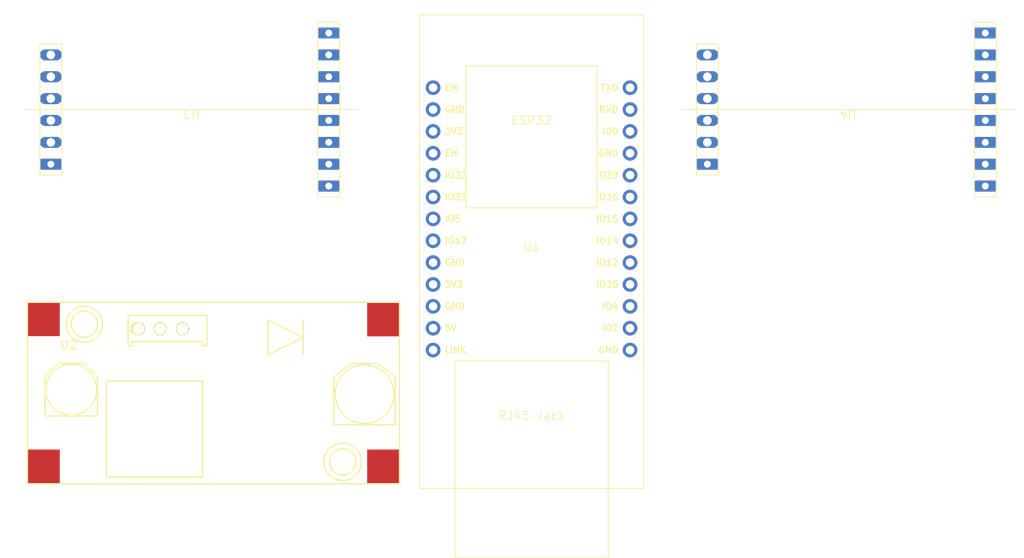
<source format=kicad_pcb>
(kicad_pcb (version 20241229) (generator "pcbnew") (generator_version "9.0")
  (layers (0 "F.Cu" signal) (2 "B.Cu" signal) (13 "F.Paste" user) (15 "B.Paste" user) (5 "F.SilkS" user "F.Silkscreen") (7 "B.SilkS" user "B.Silkscreen") (1 "F.Mask" user) (3 "B.Mask" user) (25 "Edge.Cuts" user))
  (net 0 "")
  (net 1 "Net-(U4-Vcc)")
  (net 5 "Net-(U1-IO39{slash}ADC1_CH3{slash}INPUT_ONLY)")
  (net 6 "Net-(U1-IO33{slash}ADC1_CH5{slash}TCH8)")
  (net 13 "Net-(U1-IO17{slash}UART2_TX)")
  (net 14 "Net-(U1-IO36{slash}ADC1_CH0{slash}INPUT_ONLY)")
  (net 15 "Net-(U1-IO32{slash}ADC1_CH4{slash}TCH9)")
  (net 16 "Net-(U1-IO15{slash}ADC2_CH3{slash}TCH3)")
  (net 17 "Net-(U1-IO5{slash}BOOT_FLOAT)")
  (net 18 "Net-(U1-IO14{slash}ADC2_CH6{slash}TCH6)")
  (net 20 "OUT4")
  (net 21 "OUT1")
  (net 22 "OUT2")
  (net 23 "OUT3")
  (net 25 "IN2-24V")
  (net 26 "Net-(U1-5V)")
  (net 27 "GND")
  (net 28 "+24V")
  (net 29 "IN1-24V")
  (net 30 "IN3-24V")
  (net 31 "IN4-24V")
  (footprint "esp32-24v-io:XL6009_module_SMT" (layer "F.Cu") (at 138.3425 122.2135)
    (property "Reference" "U2" (at -38.375 -16.125 0) (layer "F.SilkS"))
    (property "Value" "XL-6009-ADJ")
    (fp_line (start -43.18 -21.082) (end 0 -21.082) (stroke (width 0.15)) (layer "F.SilkS"))
    (fp_line (start -43.18 0) (end -43.18 -21.082) (stroke (width 0.15)) (layer "F.SilkS"))
    (fp_line (start -41.148 -12.446) (end -41.148 -7.874) (stroke (width 0.15)) (layer "F.SilkS"))
    (fp_line (start -41.148 -7.874) (end -35.052 -7.874) (stroke (width 0.15)) (layer "F.SilkS"))
    (fp_line (start -39.624 -13.97) (end -41.148 -12.446) (stroke (width 0.15)) (layer "F.SilkS"))
    (fp_line (start -36.576 -13.97) (end -39.624 -13.97) (stroke (width 0.15)) (layer "F.SilkS"))
    (fp_line (start -35.052 -12.446) (end -36.576 -13.97) (stroke (width 0.15)) (layer "F.SilkS"))
    (fp_line (start -35.052 -7.874) (end -35.052 -12.446) (stroke (width 0.15)) (layer "F.SilkS"))
    (fp_line (start -34.036 -11.938) (end -22.86 -11.938) (stroke (width 0.15)) (layer "F.SilkS"))
    (fp_line (start -34.036 -0.762) (end -34.036 -11.938) (stroke (width 0.15)) (layer "F.SilkS"))
    (fp_line (start -33.02 -0.762) (end -34.036 -0.762) (stroke (width 0.15)) (layer "F.SilkS"))
    (fp_line (start -31.496 -19.558) (end -31.496 -16.002) (stroke (width 0.15)) (layer "F.SilkS"))
    (fp_line (start -31.496 -16.002) (end -30.988 -16.002) (stroke (width 0.15)) (layer "F.SilkS"))
    (fp_line (start -30.988 -17.526) (end -29.972 -18.542) (stroke (width 0.15)) (layer "F.SilkS"))
    (fp_line (start -30.988 -16.51) (end -22.86 -16.51) (stroke (width 0.15)) (layer "F.SilkS"))
    (fp_line (start -30.988 -16.002) (end -30.988 -16.51) (stroke (width 0.15)) (layer "F.SilkS"))
    (fp_line (start -30.988 -0.762) (end -33.02 -0.762) (stroke (width 0.15)) (layer "F.SilkS"))
    (fp_line (start -22.86 -16.51) (end -22.86 -16.002) (stroke (width 0.15)) (layer "F.SilkS"))
    (fp_line (start -22.86 -16.002) (end -22.352 -16.002) (stroke (width 0.15)) (layer "F.SilkS"))
    (fp_line (start -22.86 -11.938) (end -22.86 -10.414) (stroke (width 0.15)) (layer "F.SilkS"))
    (fp_line (start -22.86 -10.922) (end -22.86 -0.762) (stroke (width 0.15)) (layer "F.SilkS"))
    (fp_line (start -22.86 -0.762) (end -30.988 -0.762) (stroke (width 0.15)) (layer "F.SilkS"))
    (fp_line (start -22.352 -19.558) (end -31.496 -19.558) (stroke (width 0.15)) (layer "F.SilkS"))
    (fp_line (start -22.352 -16.002) (end -22.352 -19.558) (stroke (width 0.15)) (layer "F.SilkS"))
    (fp_line (start -15.24 -19.05) (end -15.24 -14.986) (stroke (width 0.15)) (layer "F.SilkS"))
    (fp_line (start -15.24 -14.986) (end -11.176 -17.018) (stroke (width 0.15)) (layer "F.SilkS"))
    (fp_line (start -11.176 -19.05) (end -11.176 -14.986) (stroke (width 0.15)) (layer "F.SilkS"))
    (fp_line (start -11.176 -17.018) (end -15.24 -19.05) (stroke (width 0.15)) (layer "F.SilkS"))
    (fp_line (start -7.62 -12.446) (end -5.588 -13.97) (stroke (width 0.15)) (layer "F.SilkS"))
    (fp_line (start -7.62 -6.858) (end -7.62 -12.446) (stroke (width 0.15)) (layer "F.SilkS"))
    (fp_line (start -5.588 -13.97) (end -2.54 -13.97) (stroke (width 0.15)) (layer "F.SilkS"))
    (fp_line (start -2.54 -13.97) (end -0.508 -12.446) (stroke (width 0.15)) (layer "F.SilkS"))
    (fp_line (start -0.508 -12.446) (end -0.508 -6.858) (stroke (width 0.15)) (layer "F.SilkS"))
    (fp_line (start -0.508 -6.858) (end -7.62 -6.858) (stroke (width 0.15)) (layer "F.SilkS"))
    (fp_line (start 0 0) (end -43.18 0) (stroke (width 0.15)) (layer "F.SilkS"))
    (fp_line (start 0 0) (end 0 -21.082) (stroke (width 0.15)) (layer "F.SilkS"))
    (fp_circle (center -38.1 -10.922) (end -35.56 -12.446) (stroke (width 0.15)) (fill no) (layer "F.SilkS"))
    (fp_circle (center -36.576 -18.542) (end -37.084 -20.574) (stroke (width 0.15)) (fill no) (layer "F.SilkS"))
    (fp_circle (center -36.576 -18.542) (end -36.576 -20.066) (stroke (width 0.15)) (fill no) (layer "F.SilkS"))
    (fp_circle (center -30.48 -18.034) (end -29.972 -18.542) (stroke (width 0.15)) (fill no) (layer "F.SilkS"))
    (fp_circle (center -6.604 -2.54) (end -6.604 -1.016) (stroke (width 0.15)) (fill no) (layer "F.SilkS"))
    (fp_circle (center -6.604 -2.54) (end -5.842 -0.508) (stroke (width 0.15)) (fill no) (layer "F.SilkS"))
    (fp_circle (center -4.064 -10.414) (end -1.016 -11.938) (stroke (width 0.15)) (fill no) (layer "F.SilkS"))
    (pad "" thru_hole circle (at -30.3 -18) (size 1.5 1.5) (drill 1.25) (layers "*.Cu" "*.Mask" "F.SilkS"))
    (pad "" thru_hole circle (at -27.8 -18) (size 1.5 1.5) (drill 1.25) (layers "*.Cu" "*.Mask" "F.SilkS"))
    (pad "" thru_hole circle (at -25.2 -18) (size 1.5 1.5) (drill 1.25) (layers "*.Cu" "*.Mask" "F.SilkS"))
    (pad "1" smd rect (at -41.3258 -19.1516) (size 3.8 4) (layers "F.Cu" "F.Mask" "F.Paste") (net 28 "+24V"))
    (pad "2" smd rect (at -41.3258 -1.9812) (size 3.8 4) (layers "F.Cu" "F.Mask" "F.Paste") (net 27 "GND"))
    (pad "3" smd rect (at -1.8542 -1.9812) (size 3.8 4) (layers "F.Cu" "F.Mask" "F.Paste") (net 26 "Net-(U1-5V)"))
    (pad "4" smd rect (at -1.8542 -19.1262) (size 3.8 4) (layers "F.Cu" "F.Mask" "F.Paste") (net 27 "GND"))
  )
  (footprint "WT32-ETH01:OP71A04" (layer "F.Cu") (at 133.6875 78.74 180)
    (property "Reference" "U3" (at 19.5 -0.5 180) (layer "F.SilkS") (effects (font (thickness 0.1))))
    (property "Value" "~")
    (fp_line (start 0 0) (end 38.862 0) (stroke (width 0.1)) (layer "F.SilkS"))
    (fp_rect (start 34.544 -7.62) (end 37.084 7.62) (stroke (width 0.1)) (fill no) (layer "F.SilkS"))
    (fp_rect (start 2.286 -10.16) (end 4.826 10.16) (stroke (width 0.1)) (fill no) (layer "F.SilkS"))
    (pad "1" thru_hole roundrect (at 3.556 -8.89 180) (size 2.54 1.27) (drill 0.8) (layers "*.Cu" "*.Mask") (roundrect_rratio 0.15) (net 15 "Net-(U1-IO32{slash}ADC1_CH4{slash}TCH9)"))
    (pad "2" thru_hole roundrect (at 3.556 -6.35 180) (size 2.54 1.27) (drill 0.8) (layers "*.Cu" "*.Mask") (roundrect_rratio 0.15) (net 27 "GND"))
    (pad "3" thru_hole roundrect (at 3.556 -3.81 180) (size 2.54 1.27) (drill 0.8) (layers "*.Cu" "*.Mask") (roundrect_rratio 0.15) (net 6 "Net-(U1-IO33{slash}ADC1_CH5{slash}TCH8)"))
    (pad "4" thru_hole roundrect (at 3.556 -1.27 180) (size 2.54 1.27) (drill 0.8) (layers "*.Cu" "*.Mask") (roundrect_rratio 0.15) (net 27 "GND"))
    (pad "5" thru_hole roundrect (at 3.556 1.27 180) (size 2.54 1.27) (drill 0.8) (layers "*.Cu" "*.Mask") (roundrect_rratio 0.15) (net 17 "Net-(U1-IO5{slash}BOOT_FLOAT)"))
    (pad "6" thru_hole roundrect (at 3.556 3.81 180) (size 2.54 1.27) (drill 0.8) (layers "*.Cu" "*.Mask") (roundrect_rratio 0.15) (net 27 "GND"))
    (pad "7" thru_hole roundrect (at 3.556 6.35 180) (size 2.54 1.27) (drill 0.8) (layers "*.Cu" "*.Mask") (roundrect_rratio 0.15) (net 13 "Net-(U1-IO17{slash}UART2_TX)"))
    (pad "8" thru_hole roundrect (at 3.556 8.89 180) (size 2.54 1.27) (drill 0.8) (layers "*.Cu" "*.Mask") (roundrect_rratio 0.15) (net 27 "GND"))
    (pad "9" thru_hole roundrect (at 35.814 -6.35 180) (size 2.54 1.27) (drill 0.8) (layers "*.Cu" "*.Mask") (roundrect_rratio 0.15) (net 28 "+24V"))
    (pad "10" thru_hole oval (at 35.814 -3.81 180) (size 2.54 1.27) (drill 1) (layers "*.Cu" "*.Mask") (net 27 "GND"))
    (pad "11" thru_hole oval (at 35.814 -1.27 180) (size 2.54 1.27) (drill 1) (layers "*.Cu" "*.Mask") (net 21 "OUT1"))
    (pad "12" thru_hole oval (at 35.814 1.27 180) (size 2.54 1.27) (drill 1) (layers "*.Cu" "*.Mask") (net 22 "OUT2"))
    (pad "13" thru_hole oval (at 35.814 3.81 180) (size 2.54 1.27) (drill 1) (layers "*.Cu" "*.Mask") (net 23 "OUT3"))
    (pad "14" thru_hole oval (at 35.814 6.35 180) (size 2.54 1.27) (drill 1) (layers "*.Cu" "*.Mask") (net 20 "OUT4"))
  )
  (footprint "WT32-ETH01:OP71A04" (layer "F.Cu") (at 209.8875 78.74 180)
    (property "Reference" "U4" (at 19.5 -0.5 180) (layer "F.SilkS") (effects (font (thickness 0.1))))
    (property "Value" "~")
    (fp_line (start 0 0) (end 38.862 0) (stroke (width 0.1)) (layer "F.SilkS"))
    (fp_rect (start 34.544 -7.62) (end 37.084 7.62) (stroke (width 0.1)) (fill no) (layer "F.SilkS"))
    (fp_rect (start 2.286 -10.16) (end 4.826 10.16) (stroke (width 0.1)) (fill no) (layer "F.SilkS"))
    (pad "1" thru_hole roundrect (at 3.556 -8.89 180) (size 2.54 1.27) (drill 0.8) (layers "*.Cu" "*.Mask") (roundrect_rratio 0.15) (net 29 "IN1-24V"))
    (pad "2" thru_hole roundrect (at 3.556 -6.35 180) (size 2.54 1.27) (drill 0.8) (layers "*.Cu" "*.Mask") (roundrect_rratio 0.15) (net 27 "GND"))
    (pad "3" thru_hole roundrect (at 3.556 -3.81 180) (size 2.54 1.27) (drill 0.8) (layers "*.Cu" "*.Mask") (roundrect_rratio 0.15) (net 25 "IN2-24V"))
    (pad "4" thru_hole roundrect (at 3.556 -1.27 180) (size 2.54 1.27) (drill 0.8) (layers "*.Cu" "*.Mask") (roundrect_rratio 0.15) (net 27 "GND"))
    (pad "5" thru_hole roundrect (at 3.556 1.27 180) (size 2.54 1.27) (drill 0.8) (layers "*.Cu" "*.Mask") (roundrect_rratio 0.15) (net 30 "IN3-24V"))
    (pad "6" thru_hole roundrect (at 3.556 3.81 180) (size 2.54 1.27) (drill 0.8) (layers "*.Cu" "*.Mask") (roundrect_rratio 0.15) (net 27 "GND"))
    (pad "7" thru_hole roundrect (at 3.556 6.35 180) (size 2.54 1.27) (drill 0.8) (layers "*.Cu" "*.Mask") (roundrect_rratio 0.15) (net 31 "IN4-24V"))
    (pad "8" thru_hole roundrect (at 3.556 8.89 180) (size 2.54 1.27) (drill 0.8) (layers "*.Cu" "*.Mask") (roundrect_rratio 0.15) (net 27 "GND"))
    (pad "9" thru_hole roundrect (at 35.814 -6.35 180) (size 2.54 1.27) (drill 0.8) (layers "*.Cu" "*.Mask") (roundrect_rratio 0.15) (net 1 "Net-(U4-Vcc)"))
    (pad "10" thru_hole oval (at 35.814 -3.81 180) (size 2.54 1.27) (drill 1) (layers "*.Cu" "*.Mask") (net 27 "GND"))
    (pad "11" thru_hole oval (at 35.814 -1.27 180) (size 2.54 1.27) (drill 1) (layers "*.Cu" "*.Mask") (net 5 "Net-(U1-IO39{slash}ADC1_CH3{slash}INPUT_ONLY)"))
    (pad "12" thru_hole oval (at 35.814 1.27 180) (size 2.54 1.27) (drill 1) (layers "*.Cu" "*.Mask") (net 14 "Net-(U1-IO36{slash}ADC1_CH0{slash}INPUT_ONLY)"))
    (pad "13" thru_hole oval (at 35.814 3.81 180) (size 2.54 1.27) (drill 1) (layers "*.Cu" "*.Mask") (net 16 "Net-(U1-IO15{slash}ADC2_CH3{slash}TCH3)"))
    (pad "14" thru_hole oval (at 35.814 6.35 180) (size 2.54 1.27) (drill 1) (layers "*.Cu" "*.Mask") (net 18 "Net-(U1-IO14{slash}ADC2_CH6{slash}TCH6)"))
  )
  (footprint "WT32-ETH01:WT32-ETH01" (layer "F.Cu") (at 153.67 95.25)
    (property "Reference" "U1" (at 0 -0.5 0) (layer "F.SilkS") (effects (font (thickness 0.1))))
    (property "Value" "WT32-ETH01")
    (fp_rect (start -13 -27.5) (end 13 27.5) (stroke (width 0.1)) (fill no) (layer "F.SilkS"))
    (fp_rect (start -8.89 12.7) (end 8.89 35.56) (stroke (width 0.1)) (fill no) (layer "F.SilkS"))
    (fp_rect (start -7.62 -21.59) (end 7.62 -5.08) (stroke (width 0.1)) (fill no) (layer "F.SilkS"))
    (fp_text user "GND" (at -10.16 -16.51 0) (layer "F.SilkS") (effects (font (size 0.75 0.75) (thickness 0.15) (bold yes)) (justify left)))
    (fp_text user "RJ45 Jack" (at 0 19.05 0) (layer "F.SilkS") (effects (font (thickness 0.1))))
    (fp_text user "IO35" (at 10.16 3.81 0) (layer "F.SilkS") (effects (font (size 0.75 0.75) (thickness 0.15) (bold yes)) (justify right)))
    (fp_text user "IO4" (at 10.16 6.35 0) (layer "F.SilkS") (effects (font (size 0.75 0.75) (thickness 0.15) (bold yes)) (justify right)))
    (fp_text user "IO32" (at -10.16 -8.89 0) (layer "F.SilkS") (effects (font (size 0.75 0.75) (thickness 0.15) (bold yes)) (justify left)))
    (fp_text user "IO17" (at -10.16 -1.27 0) (layer "F.SilkS") (effects (font (size 0.75 0.75) (thickness 0.15) (bold yes)) (justify left)))
    (fp_text user "GND" (at -10.16 6.35 0) (layer "F.SilkS") (effects (font (size 0.75 0.75) (thickness 0.15) (bold yes)) (justify left)))
    (fp_text user "GND" (at 10.16 11.43 0) (layer "F.SilkS") (effects (font (size 0.75 0.75) (thickness 0.15) (bold yes)) (justify right)))
    (fp_text user "IO5" (at -10.16 -3.81 0) (layer "F.SilkS") (effects (font (size 0.75 0.75) (thickness 0.15) (bold yes)) (justify left)))
    (fp_text user "RXD" (at 10.16 -16.51 0) (layer "F.SilkS") (effects (font (size 0.75 0.75) (thickness 0.15) (bold yes)) (justify right)))
    (fp_text user "5V" (at -10.16 8.89 0) (layer "F.SilkS") (effects (font (size 0.75 0.75) (thickness 0.15) (bold yes)) (justify left)))
    (fp_text user "3V3" (at -10.16 3.81 0) (layer "F.SilkS") (effects (font (size 0.75 0.75) (thickness 0.15) (bold yes)) (justify left)))
    (fp_text user "3V3" (at -10.16 -13.97 0) (layer "F.SilkS") (effects (font (size 0.75 0.75) (thickness 0.15) (bold yes)) (justify left)))
    (fp_text user "EN" (at -10.16 -11.43 0) (layer "F.SilkS") (effects (font (size 0.75 0.75) (thickness 0.15) (bold yes)) (justify left)))
    (fp_text user "ESP32" (at 0 -15.24 0) (layer "F.SilkS") (effects (font (thickness 0.1))))
    (fp_text user "IO2" (at 10.16 8.89 0) (layer "F.SilkS") (effects (font (size 0.75 0.75) (thickness 0.15) (bold yes)) (justify right)))
    (fp_text user "IO39" (at 10.16 -8.89 0) (layer "F.SilkS") (effects (font (size 0.75 0.75) (thickness 0.15) (bold yes)) (justify right)))
    (fp_text user "GND" (at 10.16 -11.43 0) (layer "F.SilkS") (effects (font (size 0.75 0.75) (thickness 0.15) (bold yes)) (justify right)))
    (fp_text user "IO33" (at -10.16 -6.35 0) (layer "F.SilkS") (effects (font (size 0.75 0.75) (thickness 0.15) (bold yes)) (justify left)))
    (fp_text user "IO12" (at 10.16 1.27 0) (layer "F.SilkS") (effects (font (size 0.75 0.75) (thickness 0.15) (bold yes)) (justify right)))
    (fp_text user "TXD" (at 10.16 -19.05 0) (layer "F.SilkS") (effects (font (size 0.75 0.75) (thickness 0.15) (bold yes)) (justify right)))
    (fp_text user "LINK" (at -10.16 11.43 0) (layer "F.SilkS") (effects (font (size 0.75 0.75) (thickness 0.15) (bold yes)) (justify left)))
    (fp_text user "EN" (at -10.16 -19.05 0) (layer "F.SilkS") (effects (font (size 0.75 0.75) (thickness 0.15) (bold yes)) (justify left)))
    (fp_text user "IO36" (at 10.16 -6.35 0) (layer "F.SilkS") (effects (font (size 0.75 0.75) (thickness 0.15) (bold yes)) (justify right)))
    (fp_text user "IO14" (at 10.16 -1.27 0) (layer "F.SilkS") (effects (font (size 0.75 0.75) (thickness 0.15) (bold yes)) (justify right)))
    (fp_text user "IO0" (at 10.16 -13.97 0) (layer "F.SilkS") (effects (font (size 0.75 0.75) (thickness 0.15) (bold yes)) (justify right)))
    (fp_text user "IO15" (at 10.16 -3.81 0) (layer "F.SilkS") (effects (font (size 0.75 0.75) (thickness 0.15) (bold yes)) (justify right)))
    (fp_text user "GND" (at -10.16 1.27 0) (layer "F.SilkS") (effects (font (size 0.75 0.75) (thickness 0.15) (bold yes)) (justify left)))
    (pad "1" thru_hole circle (at -11.43 -19.05) (size 1.7 1.7) (drill 1) (layers "*.Cu" "*.Mask"))
    (pad "2" thru_hole circle (at -11.43 -16.51) (size 1.7 1.7) (drill 1) (layers "*.Cu" "*.Mask") (net 27 "GND"))
    (pad "3" thru_hole circle (at -11.43 -13.97) (size 1.7 1.7) (drill 1) (layers "*.Cu" "*.Mask") (net 1 "Net-(U4-Vcc)"))
    (pad "4" thru_hole circle (at -11.43 -11.43) (size 1.7 1.7) (drill 1) (layers "*.Cu" "*.Mask"))
    (pad "5" thru_hole circle (at -11.43 -8.89) (size 1.7 1.7) (drill 1) (layers "*.Cu" "*.Mask") (net 15 "Net-(U1-IO32{slash}ADC1_CH4{slash}TCH9)"))
    (pad "6" thru_hole circle (at -11.43 -6.35) (size 1.7 1.7) (drill 1) (layers "*.Cu" "*.Mask") (net 6 "Net-(U1-IO33{slash}ADC1_CH5{slash}TCH8)"))
    (pad "7" thru_hole circle (at -11.43 -3.81) (size 1.7 1.7) (drill 1) (layers "*.Cu" "*.Mask") (net 17 "Net-(U1-IO5{slash}BOOT_FLOAT)"))
    (pad "8" thru_hole circle (at -11.43 -1.27) (size 1.7 1.7) (drill 1) (layers "*.Cu" "*.Mask") (net 13 "Net-(U1-IO17{slash}UART2_TX)"))
    (pad "9" thru_hole circle (at -11.43 1.27) (size 1.7 1.7) (drill 1) (layers "*.Cu" "*.Mask") (net 27 "GND"))
    (pad "10" thru_hole circle (at -11.43 3.81) (size 1.7 1.7) (drill 1) (layers "*.Cu" "*.Mask") (net 1 "Net-(U4-Vcc)"))
    (pad "11" thru_hole circle (at -11.43 6.35) (size 1.7 1.7) (drill 1) (layers "*.Cu" "*.Mask") (net 27 "GND"))
    (pad "12" thru_hole circle (at -11.43 8.89) (size 1.7 1.7) (drill 1) (layers "*.Cu" "*.Mask") (net 26 "Net-(U1-5V)"))
    (pad "13" thru_hole circle (at -11.43 11.43) (size 1.7 1.7) (drill 1) (layers "*.Cu" "*.Mask"))
    (pad "14" thru_hole circle (at 11.43 11.43) (size 1.7 1.7) (drill 1) (layers "*.Cu" "*.Mask") (net 27 "GND"))
    (pad "15" thru_hole circle (at 11.43 8.89) (size 1.7 1.7) (drill 1) (layers "*.Cu" "*.Mask"))
    (pad "16" thru_hole circle (at 11.43 6.35) (size 1.7 1.7) (drill 1) (layers "*.Cu" "*.Mask"))
    (pad "17" thru_hole circle (at 11.43 3.81) (size 1.7 1.7) (drill 1) (layers "*.Cu" "*.Mask"))
    (pad "18" thru_hole circle (at 11.43 1.27) (size 1.7 1.7) (drill 1) (layers "*.Cu" "*.Mask"))
    (pad "19" thru_hole circle (at 11.43 -1.27) (size 1.7 1.7) (drill 1) (layers "*.Cu" "*.Mask") (net 18 "Net-(U1-IO14{slash}ADC2_CH6{slash}TCH6)"))
    (pad "20" thru_hole circle (at 11.43 -3.81) (size 1.7 1.7) (drill 1) (layers "*.Cu" "*.Mask") (net 16 "Net-(U1-IO15{slash}ADC2_CH3{slash}TCH3)"))
    (pad "21" thru_hole circle (at 11.43 -6.35) (size 1.7 1.7) (drill 1) (layers "*.Cu" "*.Mask") (net 14 "Net-(U1-IO36{slash}ADC1_CH0{slash}INPUT_ONLY)"))
    (pad "22" thru_hole circle (at 11.43 -8.89) (size 1.7 1.7) (drill 1) (layers "*.Cu" "*.Mask") (net 5 "Net-(U1-IO39{slash}ADC1_CH3{slash}INPUT_ONLY)"))
    (pad "23" thru_hole circle (at 11.43 -11.43) (size 1.7 1.7) (drill 1) (layers "*.Cu" "*.Mask"))
    (pad "24" thru_hole circle (at 11.43 -13.97) (size 1.7 1.7) (drill 1) (layers "*.Cu" "*.Mask"))
    (pad "25" thru_hole circle (at 11.43 -16.51) (size 1.7 1.7) (drill 1) (layers "*.Cu" "*.Mask"))
    (pad "26" thru_hole circle (at 11.43 -19.05) (size 1.7 1.7) (drill 1) (layers "*.Cu" "*.Mask"))
  )
)
</source>
